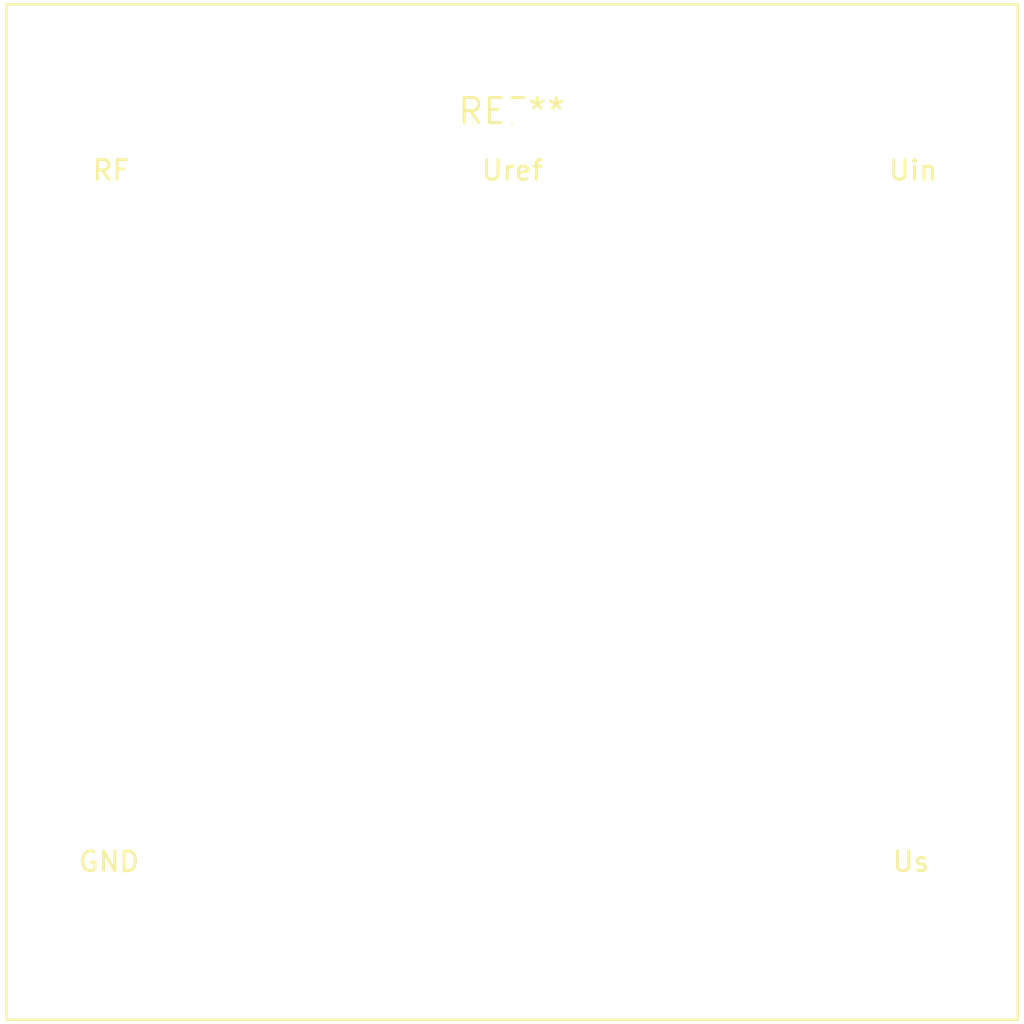
<source format=kicad_pcb>
(kicad_pcb (version 20240108) (generator pcbnew)
  (layers (0 "F.Cu" signal) (31 "B.Cu" signal) (34 "B.Paste" user) (35 "F.Paste" user) (36 "B.SilkS" user "B.Silkscreen") (37 "F.SilkS" user "F.Silkscreen") (38 "B.Mask" user) (39 "F.Mask" user) (44 "Edge.Cuts" user))
  (net 0 "")
  (footprint "Oscillator_OCXO_Morion_MV267" (layer "F.Cu") (at 0 0)
    (property "Reference" "REF**")
    (property "Value" "Oscillator_OCXO_Morion_MV267")
    (fp_line (start -25.6 -5.4) (end -25.6 46) (layer "F.SilkS") (stroke (width 0.12)))
    (fp_line (start -25.6 46) (end 25.6 46) (layer "F.SilkS") (stroke (width 0.12)))
    (fp_line (start 25.6 -5.4) (end -25.6 -5.4) (layer "F.SilkS") (stroke (width 0.12)))
    (fp_line (start 25.6 46) (end 25.6 -5.4) (layer "F.SilkS") (stroke (width 0.12)))
    (fp_text user "Us" (at 20.2 38 0) (layer "F.SilkS"))
    (fp_text user "Uin" (at 20.3 3 0) (layer "F.SilkS"))
    (fp_text user "GND" (at -20.4 38 0) (layer "F.SilkS"))
    (fp_text user "Uref" (at 0.02 3 0) (layer "F.SilkS"))
    (fp_text user "RF" (at -20.3 3 0) (layer "F.SilkS"))
    (pad "1" thru_hole rect (at 0 0) (size 2.2 2.2) (drill 1.2) (layers *.Cu *.Mask) (remove_unused_layers))
    (pad "2" thru_hole circle (at 20.3 40.6) (size 2.2 2.2) (drill 1.2) (layers *.Cu *.Mask) (remove_unused_layers))
    (pad "3" thru_hole circle (at -20.3 0) (size 2.2 2.2) (drill 1.2) (layers *.Cu *.Mask) (remove_unused_layers))
    (pad "4" thru_hole circle (at -20.3 40.6) (size 2.2 2.2) (drill 1.2) (layers *.Cu *.Mask) (remove_unused_layers))
    (pad "5" thru_hole circle (at 20.3 0) (size 2.2 2.2) (drill 1.2) (layers *.Cu *.Mask) (remove_unused_layers))
  )
)
</source>
